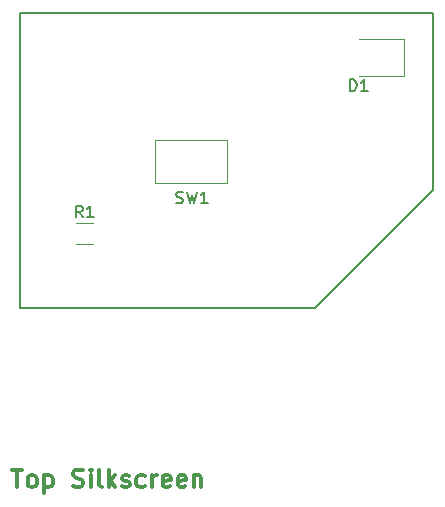
<source format=gbr>
%TF.GenerationSoftware,KiCad,Pcbnew,(5.1.9)-1*%
%TF.CreationDate,2021-07-03T23:42:05+08:00*%
%TF.ProjectId,Task1,5461736b-312e-46b6-9963-61645f706362,rev?*%
%TF.SameCoordinates,Original*%
%TF.FileFunction,Legend,Top*%
%TF.FilePolarity,Positive*%
%FSLAX46Y46*%
G04 Gerber Fmt 4.6, Leading zero omitted, Abs format (unit mm)*
G04 Created by KiCad (PCBNEW (5.1.9)-1) date 2021-07-03 23:42:05*
%MOMM*%
%LPD*%
G01*
G04 APERTURE LIST*
%ADD10C,0.300000*%
%TA.AperFunction,Profile*%
%ADD11C,0.200000*%
%TD*%
%ADD12C,0.120000*%
%ADD13C,0.150000*%
G04 APERTURE END LIST*
D10*
X79392857Y-128678571D02*
X80250000Y-128678571D01*
X79821428Y-130178571D02*
X79821428Y-128678571D01*
X80964285Y-130178571D02*
X80821428Y-130107142D01*
X80750000Y-130035714D01*
X80678571Y-129892857D01*
X80678571Y-129464285D01*
X80750000Y-129321428D01*
X80821428Y-129250000D01*
X80964285Y-129178571D01*
X81178571Y-129178571D01*
X81321428Y-129250000D01*
X81392857Y-129321428D01*
X81464285Y-129464285D01*
X81464285Y-129892857D01*
X81392857Y-130035714D01*
X81321428Y-130107142D01*
X81178571Y-130178571D01*
X80964285Y-130178571D01*
X82107142Y-129178571D02*
X82107142Y-130678571D01*
X82107142Y-129250000D02*
X82250000Y-129178571D01*
X82535714Y-129178571D01*
X82678571Y-129250000D01*
X82750000Y-129321428D01*
X82821428Y-129464285D01*
X82821428Y-129892857D01*
X82750000Y-130035714D01*
X82678571Y-130107142D01*
X82535714Y-130178571D01*
X82250000Y-130178571D01*
X82107142Y-130107142D01*
X84535714Y-130107142D02*
X84750000Y-130178571D01*
X85107142Y-130178571D01*
X85250000Y-130107142D01*
X85321428Y-130035714D01*
X85392857Y-129892857D01*
X85392857Y-129750000D01*
X85321428Y-129607142D01*
X85250000Y-129535714D01*
X85107142Y-129464285D01*
X84821428Y-129392857D01*
X84678571Y-129321428D01*
X84607142Y-129250000D01*
X84535714Y-129107142D01*
X84535714Y-128964285D01*
X84607142Y-128821428D01*
X84678571Y-128750000D01*
X84821428Y-128678571D01*
X85178571Y-128678571D01*
X85392857Y-128750000D01*
X86035714Y-130178571D02*
X86035714Y-129178571D01*
X86035714Y-128678571D02*
X85964285Y-128750000D01*
X86035714Y-128821428D01*
X86107142Y-128750000D01*
X86035714Y-128678571D01*
X86035714Y-128821428D01*
X86964285Y-130178571D02*
X86821428Y-130107142D01*
X86750000Y-129964285D01*
X86750000Y-128678571D01*
X87535714Y-130178571D02*
X87535714Y-128678571D01*
X87678571Y-129607142D02*
X88107142Y-130178571D01*
X88107142Y-129178571D02*
X87535714Y-129750000D01*
X88678571Y-130107142D02*
X88821428Y-130178571D01*
X89107142Y-130178571D01*
X89250000Y-130107142D01*
X89321428Y-129964285D01*
X89321428Y-129892857D01*
X89250000Y-129750000D01*
X89107142Y-129678571D01*
X88892857Y-129678571D01*
X88750000Y-129607142D01*
X88678571Y-129464285D01*
X88678571Y-129392857D01*
X88750000Y-129250000D01*
X88892857Y-129178571D01*
X89107142Y-129178571D01*
X89250000Y-129250000D01*
X90607142Y-130107142D02*
X90464285Y-130178571D01*
X90178571Y-130178571D01*
X90035714Y-130107142D01*
X89964285Y-130035714D01*
X89892857Y-129892857D01*
X89892857Y-129464285D01*
X89964285Y-129321428D01*
X90035714Y-129250000D01*
X90178571Y-129178571D01*
X90464285Y-129178571D01*
X90607142Y-129250000D01*
X91250000Y-130178571D02*
X91250000Y-129178571D01*
X91250000Y-129464285D02*
X91321428Y-129321428D01*
X91392857Y-129250000D01*
X91535714Y-129178571D01*
X91678571Y-129178571D01*
X92750000Y-130107142D02*
X92607142Y-130178571D01*
X92321428Y-130178571D01*
X92178571Y-130107142D01*
X92107142Y-129964285D01*
X92107142Y-129392857D01*
X92178571Y-129250000D01*
X92321428Y-129178571D01*
X92607142Y-129178571D01*
X92750000Y-129250000D01*
X92821428Y-129392857D01*
X92821428Y-129535714D01*
X92107142Y-129678571D01*
X94035714Y-130107142D02*
X93892857Y-130178571D01*
X93607142Y-130178571D01*
X93464285Y-130107142D01*
X93392857Y-129964285D01*
X93392857Y-129392857D01*
X93464285Y-129250000D01*
X93607142Y-129178571D01*
X93892857Y-129178571D01*
X94035714Y-129250000D01*
X94107142Y-129392857D01*
X94107142Y-129535714D01*
X93392857Y-129678571D01*
X94750000Y-129178571D02*
X94750000Y-130178571D01*
X94750000Y-129321428D02*
X94821428Y-129250000D01*
X94964285Y-129178571D01*
X95178571Y-129178571D01*
X95321428Y-129250000D01*
X95392857Y-129392857D01*
X95392857Y-130178571D01*
D11*
X80000000Y-90000000D02*
X80000000Y-115000000D01*
X115000000Y-105000000D02*
X105000000Y-115000000D01*
X115000000Y-90000000D02*
X115000000Y-105000000D01*
X80000000Y-115000000D02*
X105000000Y-115000000D01*
X80000000Y-90000000D02*
X115000000Y-90000000D01*
D12*
%TO.C,R1*%
X84772936Y-109610000D02*
X86227064Y-109610000D01*
X84772936Y-107790000D02*
X86227064Y-107790000D01*
%TO.C,SW1*%
X97560000Y-100750000D02*
X97560000Y-104450000D01*
X91440000Y-100750000D02*
X97560000Y-100750000D01*
X91440000Y-104450000D02*
X91440000Y-100750000D01*
X97560000Y-104450000D02*
X91440000Y-104450000D01*
%TO.C,D1*%
X112585000Y-92215000D02*
X108700000Y-92215000D01*
X112585000Y-95385000D02*
X112585000Y-92215000D01*
X108700000Y-95385000D02*
X112585000Y-95385000D01*
%TD*%
%TO.C,R1*%
D13*
X85333333Y-107332380D02*
X85000000Y-106856190D01*
X84761904Y-107332380D02*
X84761904Y-106332380D01*
X85142857Y-106332380D01*
X85238095Y-106380000D01*
X85285714Y-106427619D01*
X85333333Y-106522857D01*
X85333333Y-106665714D01*
X85285714Y-106760952D01*
X85238095Y-106808571D01*
X85142857Y-106856190D01*
X84761904Y-106856190D01*
X86285714Y-107332380D02*
X85714285Y-107332380D01*
X86000000Y-107332380D02*
X86000000Y-106332380D01*
X85904761Y-106475238D01*
X85809523Y-106570476D01*
X85714285Y-106618095D01*
%TO.C,SW1*%
X93266666Y-106104761D02*
X93409523Y-106152380D01*
X93647619Y-106152380D01*
X93742857Y-106104761D01*
X93790476Y-106057142D01*
X93838095Y-105961904D01*
X93838095Y-105866666D01*
X93790476Y-105771428D01*
X93742857Y-105723809D01*
X93647619Y-105676190D01*
X93457142Y-105628571D01*
X93361904Y-105580952D01*
X93314285Y-105533333D01*
X93266666Y-105438095D01*
X93266666Y-105342857D01*
X93314285Y-105247619D01*
X93361904Y-105200000D01*
X93457142Y-105152380D01*
X93695238Y-105152380D01*
X93838095Y-105200000D01*
X94171428Y-105152380D02*
X94409523Y-106152380D01*
X94600000Y-105438095D01*
X94790476Y-106152380D01*
X95028571Y-105152380D01*
X95933333Y-106152380D02*
X95361904Y-106152380D01*
X95647619Y-106152380D02*
X95647619Y-105152380D01*
X95552380Y-105295238D01*
X95457142Y-105390476D01*
X95361904Y-105438095D01*
%TO.C,D1*%
X107961904Y-96652380D02*
X107961904Y-95652380D01*
X108200000Y-95652380D01*
X108342857Y-95700000D01*
X108438095Y-95795238D01*
X108485714Y-95890476D01*
X108533333Y-96080952D01*
X108533333Y-96223809D01*
X108485714Y-96414285D01*
X108438095Y-96509523D01*
X108342857Y-96604761D01*
X108200000Y-96652380D01*
X107961904Y-96652380D01*
X109485714Y-96652380D02*
X108914285Y-96652380D01*
X109200000Y-96652380D02*
X109200000Y-95652380D01*
X109104761Y-95795238D01*
X109009523Y-95890476D01*
X108914285Y-95938095D01*
%TD*%
M02*

</source>
